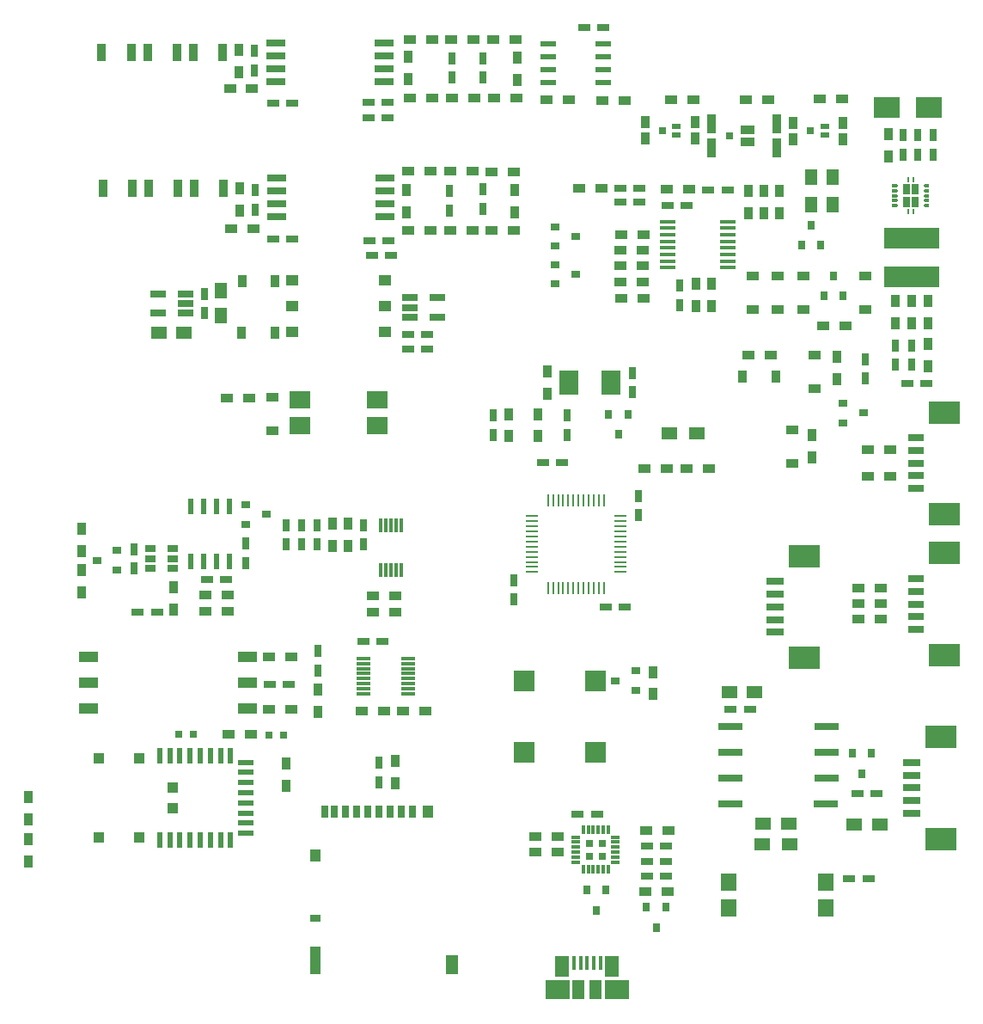
<source format=gbr>
G04 #@! TF.GenerationSoftware,KiCad,Pcbnew,6.0.0-rc1-unknown-5edf350~66~ubuntu18.10.1*
G04 #@! TF.CreationDate,2019-02-07T09:52:22-05:00
G04 #@! TF.ProjectId,BMS-Master,424d532d-4d61-4737-9465-722e6b696361,V0.2*
G04 #@! TF.SameCoordinates,Original*
G04 #@! TF.FileFunction,Paste,Top*
G04 #@! TF.FilePolarity,Positive*
%FSLAX46Y46*%
G04 Gerber Fmt 4.6, Leading zero omitted, Abs format (unit mm)*
G04 Created by KiCad (PCBNEW 6.0.0-rc1-unknown-5edf350~66~ubuntu18.10.1) date 2019-02-07 09:52:22*
%MOMM*%
%LPD*%
G04 APERTURE LIST*
%ADD10R,1.500000X1.780000*%
%ADD11R,1.200000X0.750000*%
%ADD12R,1.000000X1.000000*%
%ADD13R,0.610000X1.500000*%
%ADD14R,1.500000X0.610000*%
%ADD15R,1.200000X0.900000*%
%ADD16R,1.500000X0.450000*%
%ADD17R,0.750000X1.200000*%
%ADD18R,0.300000X1.400000*%
%ADD19R,1.550000X0.600000*%
%ADD20R,1.300000X1.900000*%
%ADD21R,1.000000X2.800000*%
%ADD22R,1.000000X0.800000*%
%ADD23R,1.000000X1.200000*%
%ADD24R,0.700000X1.200000*%
%ADD25R,1.300000X0.250000*%
%ADD26R,0.250000X1.300000*%
%ADD27R,3.100000X2.200000*%
%ADD28R,1.700000X0.800000*%
%ADD29R,0.600000X1.550000*%
%ADD30R,1.905000X0.640000*%
%ADD31R,0.650000X0.650000*%
%ADD32R,0.820000X0.600000*%
%ADD33R,0.900000X1.250000*%
%ADD34R,0.900000X1.850000*%
%ADD35R,1.450000X0.870000*%
%ADD36R,0.750000X0.750000*%
%ADD37R,1.500000X1.250000*%
%ADD38R,2.650000X2.030000*%
%ADD39R,0.800000X0.900000*%
%ADD40R,0.900000X0.800000*%
%ADD41R,1.900000X2.400000*%
%ADD42R,2.350000X0.650000*%
%ADD43R,1.500000X1.300000*%
%ADD44R,0.900000X1.200000*%
%ADD45R,1.300000X1.500000*%
%ADD46R,0.900000X1.700000*%
%ADD47R,5.500000X2.150000*%
%ADD48R,1.175000X1.900000*%
%ADD49R,2.375000X1.900000*%
%ADD50R,1.475000X2.100000*%
%ADD51R,0.450000X1.380000*%
%ADD52R,0.800000X0.750000*%
%ADD53R,2.000000X2.000000*%
%ADD54R,0.300000X0.850000*%
%ADD55R,0.850000X0.300000*%
%ADD56R,0.780000X0.780000*%
%ADD57R,1.060000X0.650000*%
%ADD58R,1.500000X0.800000*%
%ADD59R,1.400000X0.300000*%
%ADD60R,1.250000X1.500000*%
%ADD61R,1.300000X1.100000*%
%ADD62R,1.560000X0.650000*%
%ADD63O,0.550000X0.300000*%
%ADD64R,0.150000X0.300000*%
%ADD65R,0.680000X1.050000*%
%ADD66R,0.260000X0.500000*%
%ADD67R,1.950000X1.020000*%
%ADD68R,2.000000X1.780000*%
G04 APERTURE END LIST*
D10*
X83631840Y-90070000D03*
X74101840Y-87530000D03*
X83631840Y-87530000D03*
X74101840Y-90070000D03*
D11*
X28850000Y-68000000D03*
X30750000Y-68000000D03*
D12*
X12000000Y-75290000D03*
X12000000Y-83110000D03*
X16000000Y-83110000D03*
X16000000Y-75290000D03*
X19250000Y-80200000D03*
X19250000Y-78200000D03*
D13*
X18000000Y-83310000D03*
X19000000Y-83310000D03*
X20000000Y-83310000D03*
X21000000Y-83310000D03*
X22000000Y-83310000D03*
X23000000Y-83310000D03*
X24000000Y-83310000D03*
X25000000Y-83310000D03*
D14*
X26500000Y-82700000D03*
X26500000Y-81700000D03*
X26500000Y-80700000D03*
X26500000Y-79700000D03*
X26500000Y-78700000D03*
X26500000Y-77700000D03*
X26500000Y-76700000D03*
X26500000Y-75700000D03*
D13*
X25000000Y-75090000D03*
X24000000Y-75090000D03*
X23000000Y-75090000D03*
X22000000Y-75090000D03*
X21000000Y-75090000D03*
X20000000Y-75090000D03*
X19000000Y-75090000D03*
X18000000Y-75090000D03*
D15*
X76000000Y-35600000D03*
X78200000Y-35600000D03*
D16*
X68080520Y-22442480D03*
X68080520Y-23092480D03*
X68080520Y-23742480D03*
X68080520Y-24392480D03*
X68080520Y-25042480D03*
X68080520Y-25692480D03*
X68080520Y-26342480D03*
X68080520Y-26992480D03*
X73980520Y-26992480D03*
X73980520Y-26342480D03*
X73980520Y-25692480D03*
X73980520Y-25042480D03*
X73980520Y-24392480D03*
X73980520Y-23742480D03*
X73980520Y-23092480D03*
X73980520Y-22442480D03*
D17*
X38100000Y-54250000D03*
X38100000Y-52350000D03*
X32000000Y-52350000D03*
X32000000Y-54250000D03*
D18*
X39800000Y-52400000D03*
X40300000Y-52400000D03*
X40800000Y-52400000D03*
X41300000Y-52400000D03*
X41800000Y-52400000D03*
X41800000Y-56800000D03*
X41300000Y-56800000D03*
X40800000Y-56800000D03*
X40300000Y-56800000D03*
X39800000Y-56800000D03*
D19*
X61696280Y-8769000D03*
X61696280Y-7499000D03*
X61696280Y-6229000D03*
X61696280Y-4959000D03*
X56296280Y-4959000D03*
X56296280Y-6229000D03*
X56296280Y-7499000D03*
X56296280Y-8769000D03*
D20*
X46800000Y-95650000D03*
D21*
X33300000Y-95200000D03*
D22*
X33300000Y-91050000D03*
D23*
X33300000Y-84850000D03*
X44450000Y-80550000D03*
D24*
X36300000Y-80550000D03*
X37400000Y-80550000D03*
X38500000Y-80550000D03*
X39600000Y-80550000D03*
X40700000Y-80550000D03*
X41800000Y-80550000D03*
X42900000Y-80550000D03*
X35200000Y-80550000D03*
X34250000Y-80550000D03*
D25*
X63362600Y-51468120D03*
X63362600Y-51968120D03*
X63362600Y-52468120D03*
X63362600Y-52968120D03*
X63362600Y-53468120D03*
X63362600Y-53968120D03*
X63362600Y-54468120D03*
X63362600Y-54968120D03*
X63362600Y-55468120D03*
X63362600Y-55968120D03*
X63362600Y-56468120D03*
X63362600Y-56968120D03*
D26*
X61762600Y-58568120D03*
X61262600Y-58568120D03*
X60762600Y-58568120D03*
X60262600Y-58568120D03*
X59762600Y-58568120D03*
X59262600Y-58568120D03*
X58762600Y-58568120D03*
X58262600Y-58568120D03*
X57762600Y-58568120D03*
X57262600Y-58568120D03*
X56762600Y-58568120D03*
X56262600Y-58568120D03*
D25*
X54662600Y-56968120D03*
X54662600Y-56468120D03*
X54662600Y-55968120D03*
X54662600Y-55468120D03*
X54662600Y-54968120D03*
X54662600Y-54468120D03*
X54662600Y-53968120D03*
X54662600Y-53468120D03*
X54662600Y-52968120D03*
X54662600Y-52468120D03*
X54662600Y-51968120D03*
X54662600Y-51468120D03*
D26*
X56262600Y-49868120D03*
X56762600Y-49868120D03*
X57262600Y-49868120D03*
X57762600Y-49868120D03*
X58262600Y-49868120D03*
X58762600Y-49868120D03*
X59262600Y-49868120D03*
X59762600Y-49868120D03*
X60262600Y-49868120D03*
X60762600Y-49868120D03*
X61262600Y-49868120D03*
X61762600Y-49868120D03*
D27*
X81550000Y-55400000D03*
X81550000Y-65400000D03*
D28*
X78650000Y-57900000D03*
X78650000Y-59150000D03*
X78650000Y-60400000D03*
X78650000Y-61650000D03*
X78650000Y-62900000D03*
D29*
X21095000Y-55900000D03*
X22365000Y-55900000D03*
X23635000Y-55900000D03*
X24905000Y-55900000D03*
X24905000Y-50500000D03*
X23635000Y-50500000D03*
X22365000Y-50500000D03*
X21095000Y-50500000D03*
D30*
X40197500Y-18195000D03*
X40197500Y-19465000D03*
X40197500Y-20735000D03*
X40197500Y-22005000D03*
X29502500Y-22005000D03*
X29502500Y-20735000D03*
X29502500Y-19465000D03*
X29502500Y-18195000D03*
D27*
X95005160Y-73228400D03*
X95005160Y-83228400D03*
D28*
X92105160Y-75728400D03*
X92105160Y-76978400D03*
X92105160Y-78228400D03*
X92105160Y-79478400D03*
X92105160Y-80728400D03*
D31*
X82139400Y-13527560D03*
D32*
X83529400Y-13112560D03*
X83529400Y-13942560D03*
D33*
X80449400Y-12702560D03*
X80449400Y-14352560D03*
X85349400Y-12702560D03*
X85349400Y-14352560D03*
D34*
X78800000Y-12825000D03*
X78800000Y-15175000D03*
X72400000Y-15175000D03*
X72400000Y-12825000D03*
D35*
X75900000Y-14610000D03*
X75900000Y-13390000D03*
D36*
X74150000Y-14000000D03*
D17*
X92100000Y-36550000D03*
X92100000Y-34650000D03*
D37*
X20422480Y-33409280D03*
X17922480Y-33409280D03*
D38*
X89610000Y-11200000D03*
X93790000Y-11200000D03*
D39*
X88150000Y-74800000D03*
X86250000Y-74800000D03*
X87200000Y-76800000D03*
X64150000Y-41400000D03*
X62250000Y-41400000D03*
X63200000Y-43400000D03*
D40*
X56985080Y-22985160D03*
X56985080Y-24885160D03*
X58985080Y-23935160D03*
D41*
X62454520Y-38292320D03*
X58354520Y-38292320D03*
D42*
X74226241Y-72180321D03*
X74226241Y-74720321D03*
X74226241Y-77260321D03*
X74226241Y-79800321D03*
X83651241Y-79800321D03*
X83676241Y-77260321D03*
X83676241Y-74720321D03*
X83676241Y-72180321D03*
D43*
X70950000Y-43300000D03*
X68250000Y-43300000D03*
D44*
X30500000Y-75800000D03*
X30500000Y-78000000D03*
X93700000Y-34500000D03*
X93700000Y-36700000D03*
X93700000Y-30300000D03*
X93700000Y-32500000D03*
X90500000Y-30300000D03*
X90500000Y-32500000D03*
X92100000Y-30300000D03*
X92100000Y-32500000D03*
X89800000Y-13800000D03*
X89800000Y-16000000D03*
D45*
X82221320Y-20759600D03*
X82221320Y-18059600D03*
D15*
X83400000Y-32700000D03*
X85600000Y-32700000D03*
D45*
X84283800Y-20759600D03*
X84283800Y-18059600D03*
D44*
X84771440Y-35755920D03*
X84771440Y-37955920D03*
X82300000Y-45700000D03*
X82300000Y-43500000D03*
D15*
X90000000Y-47500000D03*
X87800000Y-47500000D03*
D44*
X52400000Y-41400000D03*
X52400000Y-43600000D03*
D15*
X63500000Y-30000000D03*
X65700000Y-30000000D03*
D44*
X55300000Y-41400000D03*
X55300000Y-43600000D03*
D15*
X39000000Y-60900000D03*
X41200000Y-60900000D03*
X39000000Y-59300000D03*
X41200000Y-59300000D03*
X58353840Y-10460640D03*
X56153840Y-10460640D03*
X61600000Y-10500000D03*
X63800000Y-10500000D03*
D44*
X35000000Y-52200000D03*
X35000000Y-54400000D03*
X53269440Y-6335240D03*
X53269440Y-8535240D03*
X53025600Y-19365440D03*
X53025600Y-21565440D03*
D15*
X50929920Y-10285120D03*
X53129920Y-10285120D03*
X50848640Y-4504080D03*
X53048640Y-4504080D03*
X50736880Y-23340720D03*
X52936880Y-23340720D03*
X50736880Y-17544440D03*
X52936880Y-17544440D03*
D44*
X36600000Y-52200000D03*
X36600000Y-54400000D03*
D15*
X46799880Y-10244480D03*
X48999880Y-10244480D03*
X46759240Y-4544720D03*
X48959240Y-4544720D03*
X46627160Y-23340720D03*
X48827160Y-23340720D03*
X46627160Y-17493640D03*
X48827160Y-17493640D03*
X44834280Y-10244480D03*
X42634280Y-10244480D03*
X44834280Y-4544720D03*
X42634280Y-4544720D03*
X44661560Y-23340720D03*
X42461560Y-23340720D03*
X44661560Y-17493640D03*
X42461560Y-17493640D03*
D44*
X42484600Y-6248880D03*
X42484600Y-8448880D03*
X42316960Y-19358000D03*
X42316960Y-21558000D03*
D15*
X24700000Y-59200000D03*
X22500000Y-59200000D03*
X22500000Y-60800000D03*
X24700000Y-60800000D03*
D44*
X19400000Y-58500000D03*
X19400000Y-60700000D03*
D15*
X27116760Y-9311600D03*
X24916760Y-9311600D03*
X27204200Y-23132440D03*
X25004200Y-23132440D03*
D44*
X25772920Y-5554760D03*
X25772920Y-7754760D03*
X25911160Y-19213040D03*
X25911160Y-21413040D03*
X10300000Y-56800000D03*
X10300000Y-59000000D03*
D46*
X21315560Y-5811480D03*
X24215560Y-5811480D03*
X21387760Y-19200520D03*
X24287760Y-19200520D03*
X16794360Y-5811480D03*
X19694360Y-5811480D03*
X16912280Y-19200520D03*
X19812280Y-19200520D03*
X12298560Y-5786080D03*
X15198560Y-5786080D03*
X12436800Y-19195440D03*
X15336800Y-19195440D03*
D44*
X10300000Y-52700000D03*
X10300000Y-54900000D03*
D11*
X87838120Y-87194600D03*
X85938120Y-87194600D03*
D15*
X65829600Y-88396880D03*
X68029600Y-88396880D03*
X65900720Y-82407560D03*
X68100720Y-82407560D03*
X55019360Y-82999000D03*
X57219360Y-82999000D03*
X55019360Y-84543320D03*
X57219360Y-84543320D03*
X89041760Y-58555440D03*
X86841760Y-58555440D03*
X86857000Y-61608520D03*
X89057000Y-61608520D03*
X89041760Y-60099760D03*
X86841760Y-60099760D03*
X68411806Y-10436833D03*
X70611806Y-10436833D03*
X75734964Y-10423315D03*
X77934964Y-10423315D03*
D44*
X76010120Y-21666800D03*
X76010120Y-19466800D03*
X79098760Y-21666800D03*
X79098760Y-19466800D03*
X77554440Y-21666800D03*
X77554440Y-19466800D03*
D15*
X70210280Y-19297120D03*
X68010280Y-19297120D03*
D44*
X70812600Y-30768760D03*
X70812600Y-28568760D03*
X72362000Y-28600000D03*
X72362000Y-30800000D03*
D15*
X63417960Y-28375080D03*
X65617960Y-28375080D03*
X63438280Y-25296600D03*
X65638280Y-25296600D03*
X63438280Y-26830760D03*
X65638280Y-26830760D03*
X63448440Y-23731960D03*
X65648440Y-23731960D03*
X59323480Y-19149800D03*
X61523480Y-19149800D03*
D44*
X66645840Y-66800680D03*
X66645840Y-69000680D03*
D15*
X67969280Y-46794600D03*
X65769280Y-46794600D03*
X90000000Y-44900000D03*
X87800000Y-44900000D03*
D44*
X5025320Y-81355640D03*
X5025320Y-79155640D03*
D31*
X67538327Y-13475274D03*
D32*
X68928327Y-13060274D03*
X68928327Y-13890274D03*
D33*
X65848327Y-12650274D03*
X65848327Y-14300274D03*
X70748327Y-12650274D03*
X70748327Y-14300274D03*
D15*
X24800000Y-72900000D03*
X27000000Y-72900000D03*
D47*
X92100000Y-24070000D03*
X92100000Y-27930000D03*
D44*
X41200000Y-75600000D03*
X41200000Y-77800000D03*
D48*
X60958760Y-98117840D03*
X59278760Y-98117840D03*
D49*
X63028760Y-98117840D03*
X57208760Y-98117840D03*
D50*
X62581260Y-95817840D03*
X57656260Y-95817840D03*
D51*
X61418760Y-95457840D03*
X60768760Y-95457840D03*
X60118760Y-95457840D03*
X59468760Y-95457840D03*
X58818760Y-95457840D03*
D15*
X72110759Y-46814239D03*
X69910759Y-46814239D03*
D44*
X5035480Y-85439960D03*
X5035480Y-83239960D03*
D52*
X30250000Y-73000000D03*
X28750000Y-73000000D03*
X19850000Y-72900000D03*
X21350000Y-72900000D03*
D11*
X91650000Y-38400000D03*
X93550000Y-38400000D03*
D17*
X90500000Y-36550000D03*
X90500000Y-34650000D03*
X91246120Y-13950000D03*
X91246120Y-15850000D03*
X92704080Y-13950000D03*
X92704080Y-15850000D03*
X94200000Y-13950000D03*
X94200000Y-15850000D03*
X87524800Y-36017680D03*
X87524800Y-37917680D03*
X50900000Y-41550000D03*
X50900000Y-43450000D03*
X52900000Y-59650000D03*
X52900000Y-57750000D03*
D11*
X63850000Y-60375080D03*
X61950000Y-60375080D03*
D17*
X65150000Y-49450000D03*
X65150000Y-51350000D03*
D11*
X55750000Y-46200000D03*
X57650000Y-46200000D03*
D17*
X39600000Y-75750000D03*
X39600000Y-77650000D03*
D44*
X56208440Y-37177080D03*
X56208440Y-39377080D03*
D11*
X59803960Y-3353720D03*
X61703960Y-3353720D03*
D17*
X30500000Y-54250000D03*
X30500000Y-52350000D03*
X33500000Y-54250000D03*
X33500000Y-52350000D03*
X49886160Y-6363320D03*
X49886160Y-8263320D03*
X49855680Y-19266520D03*
X49855680Y-21166520D03*
X46787360Y-6363320D03*
X46787360Y-8263320D03*
X46584160Y-19464640D03*
X46584160Y-21364640D03*
D11*
X38557720Y-12220600D03*
X40457720Y-12220600D03*
X38933640Y-25748640D03*
X40833640Y-25748640D03*
D17*
X26500000Y-54150000D03*
X26500000Y-56050000D03*
D11*
X38557720Y-10727080D03*
X40457720Y-10727080D03*
X38669480Y-24316080D03*
X40569480Y-24316080D03*
X24550000Y-57700000D03*
X22650000Y-57700000D03*
X15850000Y-60900000D03*
X17750000Y-60900000D03*
D17*
X15450560Y-56601160D03*
X15450560Y-54701160D03*
D11*
X31050000Y-10800000D03*
X29150000Y-10800000D03*
X31050000Y-24200000D03*
X29150000Y-24200000D03*
D17*
X27307080Y-5664120D03*
X27307080Y-7564120D03*
X27445320Y-19352880D03*
X27445320Y-21252880D03*
D11*
X86750000Y-78800000D03*
X88650000Y-78800000D03*
D37*
X88950000Y-81800000D03*
X86450000Y-81800000D03*
X79977920Y-81748840D03*
X77477920Y-81748840D03*
D11*
X74250560Y-70512960D03*
X76150560Y-70512960D03*
D37*
X74108040Y-68811160D03*
X76608040Y-68811160D03*
D11*
X65999920Y-85480960D03*
X67899920Y-85480960D03*
X65989760Y-86888120D03*
X67889760Y-86888120D03*
X59197800Y-80781960D03*
X61097800Y-80781960D03*
X65989760Y-83916320D03*
X67889760Y-83916320D03*
X73966800Y-19307280D03*
X72066800Y-19307280D03*
D17*
X69263200Y-28754320D03*
X69263200Y-30654320D03*
D11*
X68058680Y-20887160D03*
X69958680Y-20887160D03*
X65300320Y-20541720D03*
X63400320Y-20541720D03*
X65295240Y-19134560D03*
X63395240Y-19134560D03*
D53*
X53900000Y-74700000D03*
X53900000Y-67700000D03*
X60900000Y-67700000D03*
X60900000Y-74700000D03*
D39*
X61021560Y-90275720D03*
X60071560Y-88275720D03*
X61971560Y-88275720D03*
D40*
X64897560Y-68601760D03*
X64897560Y-66701760D03*
X62897560Y-67651760D03*
D39*
X67869440Y-89997840D03*
X65969440Y-89997840D03*
X66919440Y-91997840D03*
D40*
X87356400Y-41300920D03*
X85356400Y-42250920D03*
X85356400Y-40350920D03*
D39*
X83450000Y-29800000D03*
X85350000Y-29800000D03*
X84400000Y-27800000D03*
X82200000Y-22800000D03*
X83150000Y-24800000D03*
X81250000Y-24800000D03*
D54*
X59723561Y-86262519D03*
X60223561Y-86262519D03*
X60723561Y-86262519D03*
X61223561Y-86262519D03*
X61723561Y-86262519D03*
X62223561Y-86262519D03*
D55*
X62923561Y-85562519D03*
X62923561Y-85062519D03*
X62923561Y-84562519D03*
X62923561Y-84062519D03*
X62923561Y-83562519D03*
X62923561Y-83062519D03*
D54*
X62223561Y-82362519D03*
X61723561Y-82362519D03*
X61223561Y-82362519D03*
X60723561Y-82362519D03*
X60223561Y-82362519D03*
X59723561Y-82362519D03*
D55*
X59023561Y-83062519D03*
X59023561Y-83562519D03*
X59023561Y-84062519D03*
X59023561Y-84562519D03*
X59023561Y-85062519D03*
X59023561Y-85562519D03*
D56*
X61623561Y-83662519D03*
X60323561Y-83662519D03*
X61623561Y-84962519D03*
X60323561Y-84962519D03*
D11*
X39950000Y-63800000D03*
X38050000Y-63800000D03*
D15*
X37925280Y-70669480D03*
X40125280Y-70669480D03*
X44209600Y-70654240D03*
X42009600Y-70654240D03*
X82515920Y-35637720D03*
X82515920Y-38937720D03*
X80300000Y-46250000D03*
X80300000Y-42950000D03*
X87500000Y-27850000D03*
X87500000Y-31150000D03*
X76400000Y-31150000D03*
X76400000Y-27850000D03*
X81400000Y-27850000D03*
X81400000Y-31150000D03*
D44*
X75450000Y-37700000D03*
X78750000Y-37700000D03*
D40*
X13800000Y-56750000D03*
X13800000Y-54850000D03*
X11800000Y-55800000D03*
X28500000Y-51300000D03*
X26500000Y-52250000D03*
X26500000Y-50350000D03*
D57*
X17078520Y-54680840D03*
X17078520Y-55630840D03*
X17078520Y-56580840D03*
X19278520Y-56580840D03*
X19278520Y-54680840D03*
X19278520Y-55630840D03*
D40*
X58964000Y-27623200D03*
X56964000Y-28573200D03*
X56964000Y-26673200D03*
D27*
X95275000Y-41239520D03*
X95275000Y-51239520D03*
D58*
X92525000Y-43739520D03*
X92525000Y-44989520D03*
X92525000Y-46239520D03*
X92525000Y-47489520D03*
X92525000Y-48739520D03*
X92530680Y-62615000D03*
X92530680Y-61365000D03*
X92530680Y-60115000D03*
X92530680Y-58865000D03*
X92530680Y-57615000D03*
D27*
X95280680Y-65115000D03*
X95280680Y-55115000D03*
D44*
X33600000Y-70700000D03*
X33600000Y-68500000D03*
D59*
X38114200Y-65465080D03*
X38114200Y-65965080D03*
X38114200Y-66465080D03*
X42514200Y-65465080D03*
X42514200Y-65965080D03*
X42514200Y-66465080D03*
X38114200Y-68965080D03*
X38114200Y-68465080D03*
X38114200Y-67965080D03*
X38114200Y-67465080D03*
X38114200Y-66965080D03*
X42514200Y-66965080D03*
X42514200Y-67465080D03*
X42514200Y-67965080D03*
X42514200Y-68465080D03*
X42514200Y-68965080D03*
D60*
X24064520Y-29212880D03*
X24064520Y-31712880D03*
D17*
X22383040Y-31448440D03*
X22383040Y-29548440D03*
D11*
X44344960Y-33592160D03*
X42444960Y-33592160D03*
X42444960Y-35019640D03*
X44344960Y-35019640D03*
D61*
X31082000Y-28273400D03*
X31082000Y-30813400D03*
X31082000Y-33353400D03*
X40222000Y-33353400D03*
X40222000Y-30813400D03*
X40222000Y-28273400D03*
D62*
X45333200Y-29965000D03*
X45333200Y-31865000D03*
X42633200Y-31865000D03*
X42633200Y-30915000D03*
X42633200Y-29965000D03*
D44*
X29402600Y-28303880D03*
X26102600Y-28303880D03*
X26046720Y-33388960D03*
X29346720Y-33388960D03*
D62*
X17878360Y-31463680D03*
X17878360Y-29563680D03*
X20578360Y-29563680D03*
X20578360Y-30513680D03*
X20578360Y-31463680D03*
D15*
X85200000Y-10400000D03*
X83000000Y-10400000D03*
D63*
X90450000Y-20900000D03*
X90450000Y-20400000D03*
X90450000Y-19900000D03*
D64*
X90250000Y-19400000D03*
X90250000Y-18900000D03*
D63*
X93550000Y-18900000D03*
D64*
X93750000Y-19400000D03*
D63*
X93550000Y-19900000D03*
D64*
X93750000Y-20400000D03*
X93750000Y-20900000D03*
D65*
X91550000Y-19265000D03*
X92450000Y-19265000D03*
X91550000Y-20535000D03*
D66*
X91750000Y-18350000D03*
X92250000Y-18350000D03*
X91750000Y-21450000D03*
X92250000Y-21450000D03*
D65*
X92450000Y-20535000D03*
D64*
X90250000Y-20900000D03*
X90250000Y-20400000D03*
X90250000Y-19900000D03*
D63*
X90450000Y-19400000D03*
X90450000Y-18900000D03*
D64*
X93750000Y-18900000D03*
D63*
X93550000Y-19400000D03*
D64*
X93750000Y-19900000D03*
D63*
X93550000Y-20400000D03*
X93550000Y-20900000D03*
D43*
X77377920Y-83735120D03*
X80077920Y-83735120D03*
D17*
X58188640Y-41550000D03*
X58188640Y-43450000D03*
X64554880Y-39252480D03*
X64554880Y-37352480D03*
X33600000Y-64750000D03*
X33600000Y-66650000D03*
D15*
X28800000Y-70500000D03*
X31000000Y-70500000D03*
X28800000Y-65300000D03*
X31000000Y-65300000D03*
D67*
X10980000Y-65360000D03*
X10980000Y-67900000D03*
X10980000Y-70440000D03*
X26620000Y-70440000D03*
X26620000Y-67900000D03*
X26620000Y-65360000D03*
D15*
X29100000Y-43050000D03*
X29100000Y-39750000D03*
X24600000Y-39800000D03*
X26800000Y-39800000D03*
D68*
X39410000Y-40030000D03*
X31790000Y-42570000D03*
X39410000Y-42570000D03*
X31790000Y-40030000D03*
D30*
X40147500Y-4895000D03*
X40147500Y-6165000D03*
X40147500Y-7435000D03*
X40147500Y-8705000D03*
X29452500Y-8705000D03*
X29452500Y-7435000D03*
X29452500Y-6165000D03*
X29452500Y-4895000D03*
D15*
X78900000Y-27850000D03*
X78900000Y-31150000D03*
M02*

</source>
